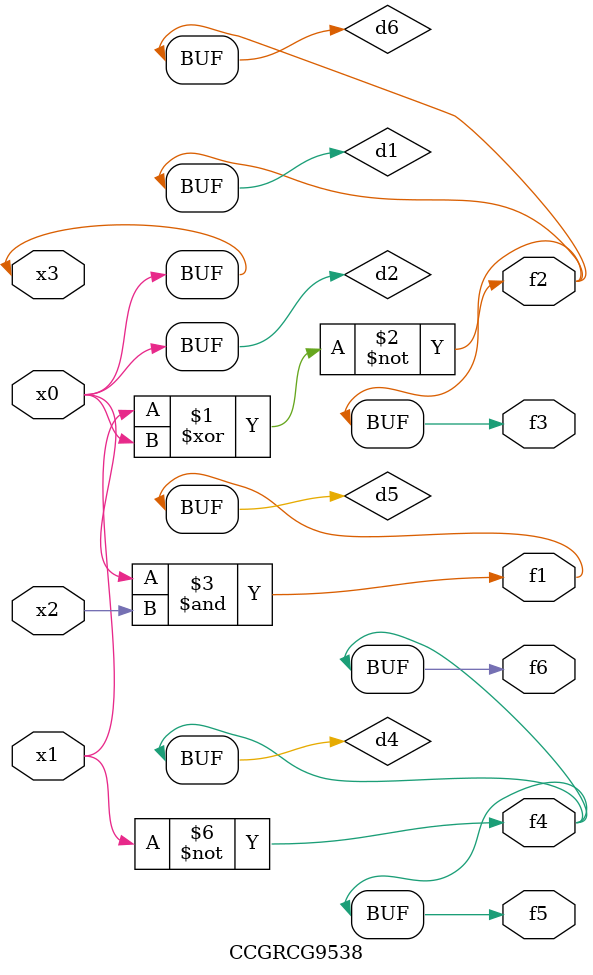
<source format=v>
module CCGRCG9538(
	input x0, x1, x2, x3,
	output f1, f2, f3, f4, f5, f6
);

	wire d1, d2, d3, d4, d5, d6;

	xnor (d1, x1, x3);
	buf (d2, x0, x3);
	nand (d3, x0, x2);
	not (d4, x1);
	nand (d5, d3);
	or (d6, d1);
	assign f1 = d5;
	assign f2 = d6;
	assign f3 = d6;
	assign f4 = d4;
	assign f5 = d4;
	assign f6 = d4;
endmodule

</source>
